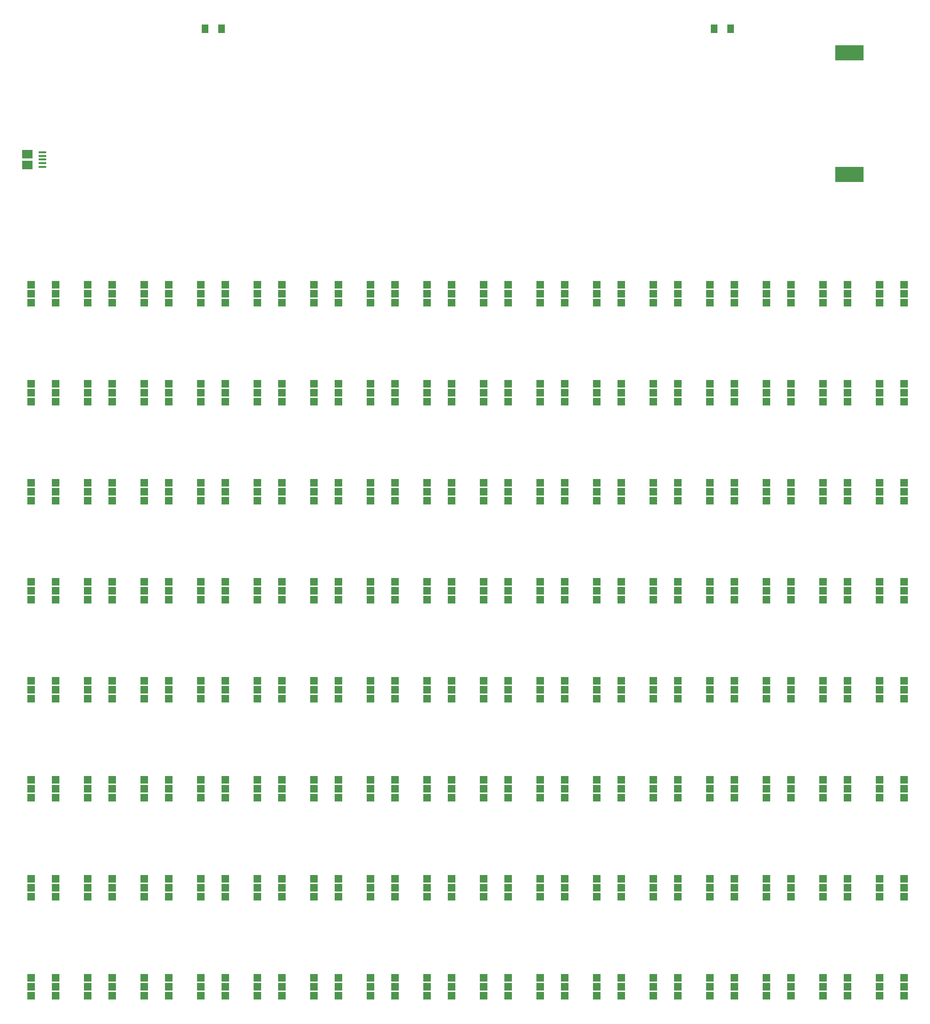
<source format=gtp>
G04 #@! TF.GenerationSoftware,KiCad,Pcbnew,5.0.0-rc2-unknown-d03e92a~65~ubuntu16.04.1*
G04 #@! TF.CreationDate,2018-06-02T21:30:31+05:30*
G04 #@! TF.ProjectId,ClockIOT,436C6F636B494F542E6B696361645F70,rev 1*
G04 #@! TF.SameCoordinates,PX2fd7508PY2fd7508*
G04 #@! TF.FileFunction,Paste,Top*
G04 #@! TF.FilePolarity,Positive*
%FSLAX46Y46*%
G04 Gerber Fmt 4.6, Leading zero omitted, Abs format (unit mm)*
G04 Created by KiCad (PCBNEW 5.0.0-rc2-unknown-d03e92a~65~ubuntu16.04.1) date Sat Jun  2 21:30:31 2018*
%MOMM*%
%LPD*%
G01*
G04 APERTURE LIST*
%ADD10R,5.080000X2.794000*%
%ADD11R,1.300480X1.498600*%
%ADD12R,1.900000X1.500000*%
%ADD13R,1.350000X0.400000*%
%ADD14R,1.400000X1.400000*%
G04 APERTURE END LIST*
D10*
G04 #@! TO.C,BT1*
X149860000Y-29972000D03*
X149860000Y-8128000D03*
G04 #@! TD*
D11*
G04 #@! TO.C,LDR1*
X37060000Y-3810000D03*
X34060000Y-3810000D03*
G04 #@! TD*
G04 #@! TO.C,LDR2*
X125500000Y-3810000D03*
X128500000Y-3810000D03*
G04 #@! TD*
D12*
G04 #@! TO.C,P1*
X2185000Y-28335000D03*
D13*
X4885000Y-26685000D03*
X4885000Y-26035000D03*
X4885000Y-28635000D03*
X4885000Y-27985000D03*
X4885000Y-27335000D03*
D12*
X2185000Y-26335000D03*
G04 #@! TD*
D14*
G04 #@! TO.C,U127*
X13040000Y-177495000D03*
X17440000Y-177495000D03*
X17440000Y-175895000D03*
X13040000Y-175895000D03*
X13040000Y-174295000D03*
X17440000Y-174295000D03*
G04 #@! TD*
G04 #@! TO.C,U18*
X145120000Y-70815000D03*
X149520000Y-70815000D03*
X149520000Y-69215000D03*
X145120000Y-69215000D03*
X145120000Y-67615000D03*
X149520000Y-67615000D03*
G04 #@! TD*
G04 #@! TO.C,U1*
X7280000Y-49835000D03*
X2880000Y-49835000D03*
X2880000Y-51435000D03*
X7280000Y-51435000D03*
X7280000Y-53035000D03*
X2880000Y-53035000D03*
G04 #@! TD*
G04 #@! TO.C,U3*
X27600000Y-49835000D03*
X23200000Y-49835000D03*
X23200000Y-51435000D03*
X27600000Y-51435000D03*
X27600000Y-53035000D03*
X23200000Y-53035000D03*
G04 #@! TD*
G04 #@! TO.C,U4*
X37760000Y-49835000D03*
X33360000Y-49835000D03*
X33360000Y-51435000D03*
X37760000Y-51435000D03*
X37760000Y-53035000D03*
X33360000Y-53035000D03*
G04 #@! TD*
G04 #@! TO.C,U5*
X47920000Y-49835000D03*
X43520000Y-49835000D03*
X43520000Y-51435000D03*
X47920000Y-51435000D03*
X47920000Y-53035000D03*
X43520000Y-53035000D03*
G04 #@! TD*
G04 #@! TO.C,U6*
X58080000Y-49835000D03*
X53680000Y-49835000D03*
X53680000Y-51435000D03*
X58080000Y-51435000D03*
X58080000Y-53035000D03*
X53680000Y-53035000D03*
G04 #@! TD*
G04 #@! TO.C,U7*
X68240000Y-49835000D03*
X63840000Y-49835000D03*
X63840000Y-51435000D03*
X68240000Y-51435000D03*
X68240000Y-53035000D03*
X63840000Y-53035000D03*
G04 #@! TD*
G04 #@! TO.C,U8*
X78400000Y-49835000D03*
X74000000Y-49835000D03*
X74000000Y-51435000D03*
X78400000Y-51435000D03*
X78400000Y-53035000D03*
X74000000Y-53035000D03*
G04 #@! TD*
G04 #@! TO.C,U9*
X88560000Y-49835000D03*
X84160000Y-49835000D03*
X84160000Y-51435000D03*
X88560000Y-51435000D03*
X88560000Y-53035000D03*
X84160000Y-53035000D03*
G04 #@! TD*
G04 #@! TO.C,U10*
X98720000Y-49835000D03*
X94320000Y-49835000D03*
X94320000Y-51435000D03*
X98720000Y-51435000D03*
X98720000Y-53035000D03*
X94320000Y-53035000D03*
G04 #@! TD*
G04 #@! TO.C,U11*
X108880000Y-49835000D03*
X104480000Y-49835000D03*
X104480000Y-51435000D03*
X108880000Y-51435000D03*
X108880000Y-53035000D03*
X104480000Y-53035000D03*
G04 #@! TD*
G04 #@! TO.C,U12*
X119040000Y-49835000D03*
X114640000Y-49835000D03*
X114640000Y-51435000D03*
X119040000Y-51435000D03*
X119040000Y-53035000D03*
X114640000Y-53035000D03*
G04 #@! TD*
G04 #@! TO.C,U13*
X129200000Y-49835000D03*
X124800000Y-49835000D03*
X124800000Y-51435000D03*
X129200000Y-51435000D03*
X129200000Y-53035000D03*
X124800000Y-53035000D03*
G04 #@! TD*
G04 #@! TO.C,U14*
X139360000Y-49835000D03*
X134960000Y-49835000D03*
X134960000Y-51435000D03*
X139360000Y-51435000D03*
X139360000Y-53035000D03*
X134960000Y-53035000D03*
G04 #@! TD*
G04 #@! TO.C,U15*
X149520000Y-49835000D03*
X145120000Y-49835000D03*
X145120000Y-51435000D03*
X149520000Y-51435000D03*
X149520000Y-53035000D03*
X145120000Y-53035000D03*
G04 #@! TD*
G04 #@! TO.C,U16*
X159680000Y-49835000D03*
X155280000Y-49835000D03*
X155280000Y-51435000D03*
X159680000Y-51435000D03*
X159680000Y-53035000D03*
X155280000Y-53035000D03*
G04 #@! TD*
G04 #@! TO.C,U17*
X155280000Y-70815000D03*
X159680000Y-70815000D03*
X159680000Y-69215000D03*
X155280000Y-69215000D03*
X155280000Y-67615000D03*
X159680000Y-67615000D03*
G04 #@! TD*
G04 #@! TO.C,U19*
X134960000Y-70815000D03*
X139360000Y-70815000D03*
X139360000Y-69215000D03*
X134960000Y-69215000D03*
X134960000Y-67615000D03*
X139360000Y-67615000D03*
G04 #@! TD*
G04 #@! TO.C,U20*
X124800000Y-70815000D03*
X129200000Y-70815000D03*
X129200000Y-69215000D03*
X124800000Y-69215000D03*
X124800000Y-67615000D03*
X129200000Y-67615000D03*
G04 #@! TD*
G04 #@! TO.C,U21*
X114640000Y-70815000D03*
X119040000Y-70815000D03*
X119040000Y-69215000D03*
X114640000Y-69215000D03*
X114640000Y-67615000D03*
X119040000Y-67615000D03*
G04 #@! TD*
G04 #@! TO.C,U22*
X104480000Y-70815000D03*
X108880000Y-70815000D03*
X108880000Y-69215000D03*
X104480000Y-69215000D03*
X104480000Y-67615000D03*
X108880000Y-67615000D03*
G04 #@! TD*
G04 #@! TO.C,U23*
X94320000Y-70815000D03*
X98720000Y-70815000D03*
X98720000Y-69215000D03*
X94320000Y-69215000D03*
X94320000Y-67615000D03*
X98720000Y-67615000D03*
G04 #@! TD*
G04 #@! TO.C,U24*
X84160000Y-70815000D03*
X88560000Y-70815000D03*
X88560000Y-69215000D03*
X84160000Y-69215000D03*
X84160000Y-67615000D03*
X88560000Y-67615000D03*
G04 #@! TD*
G04 #@! TO.C,U25*
X74000000Y-70815000D03*
X78400000Y-70815000D03*
X78400000Y-69215000D03*
X74000000Y-69215000D03*
X74000000Y-67615000D03*
X78400000Y-67615000D03*
G04 #@! TD*
G04 #@! TO.C,U26*
X63840000Y-70815000D03*
X68240000Y-70815000D03*
X68240000Y-69215000D03*
X63840000Y-69215000D03*
X63840000Y-67615000D03*
X68240000Y-67615000D03*
G04 #@! TD*
G04 #@! TO.C,U27*
X53680000Y-70815000D03*
X58080000Y-70815000D03*
X58080000Y-69215000D03*
X53680000Y-69215000D03*
X53680000Y-67615000D03*
X58080000Y-67615000D03*
G04 #@! TD*
G04 #@! TO.C,U28*
X43520000Y-70815000D03*
X47920000Y-70815000D03*
X47920000Y-69215000D03*
X43520000Y-69215000D03*
X43520000Y-67615000D03*
X47920000Y-67615000D03*
G04 #@! TD*
G04 #@! TO.C,U29*
X33360000Y-70815000D03*
X37760000Y-70815000D03*
X37760000Y-69215000D03*
X33360000Y-69215000D03*
X33360000Y-67615000D03*
X37760000Y-67615000D03*
G04 #@! TD*
G04 #@! TO.C,U30*
X23200000Y-70815000D03*
X27600000Y-70815000D03*
X27600000Y-69215000D03*
X23200000Y-69215000D03*
X23200000Y-67615000D03*
X27600000Y-67615000D03*
G04 #@! TD*
G04 #@! TO.C,U31*
X13040000Y-70815000D03*
X17440000Y-70815000D03*
X17440000Y-69215000D03*
X13040000Y-69215000D03*
X13040000Y-67615000D03*
X17440000Y-67615000D03*
G04 #@! TD*
G04 #@! TO.C,U32*
X2880000Y-70815000D03*
X7280000Y-70815000D03*
X7280000Y-69215000D03*
X2880000Y-69215000D03*
X2880000Y-67615000D03*
X7280000Y-67615000D03*
G04 #@! TD*
G04 #@! TO.C,U33*
X7280000Y-85395000D03*
X2880000Y-85395000D03*
X2880000Y-86995000D03*
X7280000Y-86995000D03*
X7280000Y-88595000D03*
X2880000Y-88595000D03*
G04 #@! TD*
G04 #@! TO.C,U34*
X17440000Y-85395000D03*
X13040000Y-85395000D03*
X13040000Y-86995000D03*
X17440000Y-86995000D03*
X17440000Y-88595000D03*
X13040000Y-88595000D03*
G04 #@! TD*
G04 #@! TO.C,U35*
X27600000Y-85395000D03*
X23200000Y-85395000D03*
X23200000Y-86995000D03*
X27600000Y-86995000D03*
X27600000Y-88595000D03*
X23200000Y-88595000D03*
G04 #@! TD*
G04 #@! TO.C,U36*
X37760000Y-85395000D03*
X33360000Y-85395000D03*
X33360000Y-86995000D03*
X37760000Y-86995000D03*
X37760000Y-88595000D03*
X33360000Y-88595000D03*
G04 #@! TD*
G04 #@! TO.C,U37*
X47920000Y-85395000D03*
X43520000Y-85395000D03*
X43520000Y-86995000D03*
X47920000Y-86995000D03*
X47920000Y-88595000D03*
X43520000Y-88595000D03*
G04 #@! TD*
G04 #@! TO.C,U38*
X58080000Y-85395000D03*
X53680000Y-85395000D03*
X53680000Y-86995000D03*
X58080000Y-86995000D03*
X58080000Y-88595000D03*
X53680000Y-88595000D03*
G04 #@! TD*
G04 #@! TO.C,U39*
X68240000Y-85395000D03*
X63840000Y-85395000D03*
X63840000Y-86995000D03*
X68240000Y-86995000D03*
X68240000Y-88595000D03*
X63840000Y-88595000D03*
G04 #@! TD*
G04 #@! TO.C,U40*
X78400000Y-85395000D03*
X74000000Y-85395000D03*
X74000000Y-86995000D03*
X78400000Y-86995000D03*
X78400000Y-88595000D03*
X74000000Y-88595000D03*
G04 #@! TD*
G04 #@! TO.C,U41*
X88560000Y-85395000D03*
X84160000Y-85395000D03*
X84160000Y-86995000D03*
X88560000Y-86995000D03*
X88560000Y-88595000D03*
X84160000Y-88595000D03*
G04 #@! TD*
G04 #@! TO.C,U42*
X98720000Y-85395000D03*
X94320000Y-85395000D03*
X94320000Y-86995000D03*
X98720000Y-86995000D03*
X98720000Y-88595000D03*
X94320000Y-88595000D03*
G04 #@! TD*
G04 #@! TO.C,U43*
X108880000Y-85395000D03*
X104480000Y-85395000D03*
X104480000Y-86995000D03*
X108880000Y-86995000D03*
X108880000Y-88595000D03*
X104480000Y-88595000D03*
G04 #@! TD*
G04 #@! TO.C,U44*
X119040000Y-85395000D03*
X114640000Y-85395000D03*
X114640000Y-86995000D03*
X119040000Y-86995000D03*
X119040000Y-88595000D03*
X114640000Y-88595000D03*
G04 #@! TD*
G04 #@! TO.C,U45*
X129200000Y-85395000D03*
X124800000Y-85395000D03*
X124800000Y-86995000D03*
X129200000Y-86995000D03*
X129200000Y-88595000D03*
X124800000Y-88595000D03*
G04 #@! TD*
G04 #@! TO.C,U46*
X139360000Y-85395000D03*
X134960000Y-85395000D03*
X134960000Y-86995000D03*
X139360000Y-86995000D03*
X139360000Y-88595000D03*
X134960000Y-88595000D03*
G04 #@! TD*
G04 #@! TO.C,U47*
X149520000Y-85395000D03*
X145120000Y-85395000D03*
X145120000Y-86995000D03*
X149520000Y-86995000D03*
X149520000Y-88595000D03*
X145120000Y-88595000D03*
G04 #@! TD*
G04 #@! TO.C,U48*
X159680000Y-85395000D03*
X155280000Y-85395000D03*
X155280000Y-86995000D03*
X159680000Y-86995000D03*
X159680000Y-88595000D03*
X155280000Y-88595000D03*
G04 #@! TD*
G04 #@! TO.C,U49*
X155280000Y-106375000D03*
X159680000Y-106375000D03*
X159680000Y-104775000D03*
X155280000Y-104775000D03*
X155280000Y-103175000D03*
X159680000Y-103175000D03*
G04 #@! TD*
G04 #@! TO.C,U50*
X145120000Y-106375000D03*
X149520000Y-106375000D03*
X149520000Y-104775000D03*
X145120000Y-104775000D03*
X145120000Y-103175000D03*
X149520000Y-103175000D03*
G04 #@! TD*
G04 #@! TO.C,U51*
X134960000Y-106375000D03*
X139360000Y-106375000D03*
X139360000Y-104775000D03*
X134960000Y-104775000D03*
X134960000Y-103175000D03*
X139360000Y-103175000D03*
G04 #@! TD*
G04 #@! TO.C,U52*
X124800000Y-106375000D03*
X129200000Y-106375000D03*
X129200000Y-104775000D03*
X124800000Y-104775000D03*
X124800000Y-103175000D03*
X129200000Y-103175000D03*
G04 #@! TD*
G04 #@! TO.C,U53*
X114640000Y-106375000D03*
X119040000Y-106375000D03*
X119040000Y-104775000D03*
X114640000Y-104775000D03*
X114640000Y-103175000D03*
X119040000Y-103175000D03*
G04 #@! TD*
G04 #@! TO.C,U54*
X104480000Y-106375000D03*
X108880000Y-106375000D03*
X108880000Y-104775000D03*
X104480000Y-104775000D03*
X104480000Y-103175000D03*
X108880000Y-103175000D03*
G04 #@! TD*
G04 #@! TO.C,U55*
X94320000Y-106375000D03*
X98720000Y-106375000D03*
X98720000Y-104775000D03*
X94320000Y-104775000D03*
X94320000Y-103175000D03*
X98720000Y-103175000D03*
G04 #@! TD*
G04 #@! TO.C,U56*
X84160000Y-106375000D03*
X88560000Y-106375000D03*
X88560000Y-104775000D03*
X84160000Y-104775000D03*
X84160000Y-103175000D03*
X88560000Y-103175000D03*
G04 #@! TD*
G04 #@! TO.C,U57*
X74000000Y-106375000D03*
X78400000Y-106375000D03*
X78400000Y-104775000D03*
X74000000Y-104775000D03*
X74000000Y-103175000D03*
X78400000Y-103175000D03*
G04 #@! TD*
G04 #@! TO.C,U58*
X63840000Y-106375000D03*
X68240000Y-106375000D03*
X68240000Y-104775000D03*
X63840000Y-104775000D03*
X63840000Y-103175000D03*
X68240000Y-103175000D03*
G04 #@! TD*
G04 #@! TO.C,U59*
X53680000Y-106375000D03*
X58080000Y-106375000D03*
X58080000Y-104775000D03*
X53680000Y-104775000D03*
X53680000Y-103175000D03*
X58080000Y-103175000D03*
G04 #@! TD*
G04 #@! TO.C,U60*
X43520000Y-106375000D03*
X47920000Y-106375000D03*
X47920000Y-104775000D03*
X43520000Y-104775000D03*
X43520000Y-103175000D03*
X47920000Y-103175000D03*
G04 #@! TD*
G04 #@! TO.C,U61*
X33360000Y-106375000D03*
X37760000Y-106375000D03*
X37760000Y-104775000D03*
X33360000Y-104775000D03*
X33360000Y-103175000D03*
X37760000Y-103175000D03*
G04 #@! TD*
G04 #@! TO.C,U62*
X23200000Y-106375000D03*
X27600000Y-106375000D03*
X27600000Y-104775000D03*
X23200000Y-104775000D03*
X23200000Y-103175000D03*
X27600000Y-103175000D03*
G04 #@! TD*
G04 #@! TO.C,U63*
X13040000Y-106375000D03*
X17440000Y-106375000D03*
X17440000Y-104775000D03*
X13040000Y-104775000D03*
X13040000Y-103175000D03*
X17440000Y-103175000D03*
G04 #@! TD*
G04 #@! TO.C,U64*
X2880000Y-106375000D03*
X7280000Y-106375000D03*
X7280000Y-104775000D03*
X2880000Y-104775000D03*
X2880000Y-103175000D03*
X7280000Y-103175000D03*
G04 #@! TD*
G04 #@! TO.C,U65*
X7280000Y-120955000D03*
X2880000Y-120955000D03*
X2880000Y-122555000D03*
X7280000Y-122555000D03*
X7280000Y-124155000D03*
X2880000Y-124155000D03*
G04 #@! TD*
G04 #@! TO.C,U66*
X17440000Y-120955000D03*
X13040000Y-120955000D03*
X13040000Y-122555000D03*
X17440000Y-122555000D03*
X17440000Y-124155000D03*
X13040000Y-124155000D03*
G04 #@! TD*
G04 #@! TO.C,U67*
X27600000Y-120955000D03*
X23200000Y-120955000D03*
X23200000Y-122555000D03*
X27600000Y-122555000D03*
X27600000Y-124155000D03*
X23200000Y-124155000D03*
G04 #@! TD*
G04 #@! TO.C,U68*
X37760000Y-120955000D03*
X33360000Y-120955000D03*
X33360000Y-122555000D03*
X37760000Y-122555000D03*
X37760000Y-124155000D03*
X33360000Y-124155000D03*
G04 #@! TD*
G04 #@! TO.C,U69*
X47920000Y-120955000D03*
X43520000Y-120955000D03*
X43520000Y-122555000D03*
X47920000Y-122555000D03*
X47920000Y-124155000D03*
X43520000Y-124155000D03*
G04 #@! TD*
G04 #@! TO.C,U70*
X58080000Y-120955000D03*
X53680000Y-120955000D03*
X53680000Y-122555000D03*
X58080000Y-122555000D03*
X58080000Y-124155000D03*
X53680000Y-124155000D03*
G04 #@! TD*
G04 #@! TO.C,U71*
X68240000Y-120955000D03*
X63840000Y-120955000D03*
X63840000Y-122555000D03*
X68240000Y-122555000D03*
X68240000Y-124155000D03*
X63840000Y-124155000D03*
G04 #@! TD*
G04 #@! TO.C,U72*
X78400000Y-120955000D03*
X74000000Y-120955000D03*
X74000000Y-122555000D03*
X78400000Y-122555000D03*
X78400000Y-124155000D03*
X74000000Y-124155000D03*
G04 #@! TD*
G04 #@! TO.C,U73*
X88560000Y-120955000D03*
X84160000Y-120955000D03*
X84160000Y-122555000D03*
X88560000Y-122555000D03*
X88560000Y-124155000D03*
X84160000Y-124155000D03*
G04 #@! TD*
G04 #@! TO.C,U74*
X98720000Y-120955000D03*
X94320000Y-120955000D03*
X94320000Y-122555000D03*
X98720000Y-122555000D03*
X98720000Y-124155000D03*
X94320000Y-124155000D03*
G04 #@! TD*
G04 #@! TO.C,U75*
X108880000Y-120955000D03*
X104480000Y-120955000D03*
X104480000Y-122555000D03*
X108880000Y-122555000D03*
X108880000Y-124155000D03*
X104480000Y-124155000D03*
G04 #@! TD*
G04 #@! TO.C,U76*
X119040000Y-120955000D03*
X114640000Y-120955000D03*
X114640000Y-122555000D03*
X119040000Y-122555000D03*
X119040000Y-124155000D03*
X114640000Y-124155000D03*
G04 #@! TD*
G04 #@! TO.C,U77*
X129200000Y-120955000D03*
X124800000Y-120955000D03*
X124800000Y-122555000D03*
X129200000Y-122555000D03*
X129200000Y-124155000D03*
X124800000Y-124155000D03*
G04 #@! TD*
G04 #@! TO.C,U78*
X139360000Y-120955000D03*
X134960000Y-120955000D03*
X134960000Y-122555000D03*
X139360000Y-122555000D03*
X139360000Y-124155000D03*
X134960000Y-124155000D03*
G04 #@! TD*
G04 #@! TO.C,U79*
X149520000Y-120955000D03*
X145120000Y-120955000D03*
X145120000Y-122555000D03*
X149520000Y-122555000D03*
X149520000Y-124155000D03*
X145120000Y-124155000D03*
G04 #@! TD*
G04 #@! TO.C,U80*
X159680000Y-120955000D03*
X155280000Y-120955000D03*
X155280000Y-122555000D03*
X159680000Y-122555000D03*
X159680000Y-124155000D03*
X155280000Y-124155000D03*
G04 #@! TD*
G04 #@! TO.C,U81*
X155280000Y-141935000D03*
X159680000Y-141935000D03*
X159680000Y-140335000D03*
X155280000Y-140335000D03*
X155280000Y-138735000D03*
X159680000Y-138735000D03*
G04 #@! TD*
G04 #@! TO.C,U82*
X145120000Y-141935000D03*
X149520000Y-141935000D03*
X149520000Y-140335000D03*
X145120000Y-140335000D03*
X145120000Y-138735000D03*
X149520000Y-138735000D03*
G04 #@! TD*
G04 #@! TO.C,U83*
X134960000Y-141935000D03*
X139360000Y-141935000D03*
X139360000Y-140335000D03*
X134960000Y-140335000D03*
X134960000Y-138735000D03*
X139360000Y-138735000D03*
G04 #@! TD*
G04 #@! TO.C,U84*
X124800000Y-141935000D03*
X129200000Y-141935000D03*
X129200000Y-140335000D03*
X124800000Y-140335000D03*
X124800000Y-138735000D03*
X129200000Y-138735000D03*
G04 #@! TD*
G04 #@! TO.C,U85*
X114640000Y-141935000D03*
X119040000Y-141935000D03*
X119040000Y-140335000D03*
X114640000Y-140335000D03*
X114640000Y-138735000D03*
X119040000Y-138735000D03*
G04 #@! TD*
G04 #@! TO.C,U86*
X104480000Y-141935000D03*
X108880000Y-141935000D03*
X108880000Y-140335000D03*
X104480000Y-140335000D03*
X104480000Y-138735000D03*
X108880000Y-138735000D03*
G04 #@! TD*
G04 #@! TO.C,U87*
X94320000Y-141935000D03*
X98720000Y-141935000D03*
X98720000Y-140335000D03*
X94320000Y-140335000D03*
X94320000Y-138735000D03*
X98720000Y-138735000D03*
G04 #@! TD*
G04 #@! TO.C,U88*
X84160000Y-141935000D03*
X88560000Y-141935000D03*
X88560000Y-140335000D03*
X84160000Y-140335000D03*
X84160000Y-138735000D03*
X88560000Y-138735000D03*
G04 #@! TD*
G04 #@! TO.C,U89*
X74000000Y-141935000D03*
X78400000Y-141935000D03*
X78400000Y-140335000D03*
X74000000Y-140335000D03*
X74000000Y-138735000D03*
X78400000Y-138735000D03*
G04 #@! TD*
G04 #@! TO.C,U90*
X63840000Y-141935000D03*
X68240000Y-141935000D03*
X68240000Y-140335000D03*
X63840000Y-140335000D03*
X63840000Y-138735000D03*
X68240000Y-138735000D03*
G04 #@! TD*
G04 #@! TO.C,U91*
X53680000Y-141935000D03*
X58080000Y-141935000D03*
X58080000Y-140335000D03*
X53680000Y-140335000D03*
X53680000Y-138735000D03*
X58080000Y-138735000D03*
G04 #@! TD*
G04 #@! TO.C,U92*
X43520000Y-141935000D03*
X47920000Y-141935000D03*
X47920000Y-140335000D03*
X43520000Y-140335000D03*
X43520000Y-138735000D03*
X47920000Y-138735000D03*
G04 #@! TD*
G04 #@! TO.C,U93*
X33360000Y-141935000D03*
X37760000Y-141935000D03*
X37760000Y-140335000D03*
X33360000Y-140335000D03*
X33360000Y-138735000D03*
X37760000Y-138735000D03*
G04 #@! TD*
G04 #@! TO.C,U94*
X23200000Y-141935000D03*
X27600000Y-141935000D03*
X27600000Y-140335000D03*
X23200000Y-140335000D03*
X23200000Y-138735000D03*
X27600000Y-138735000D03*
G04 #@! TD*
G04 #@! TO.C,U95*
X13040000Y-141935000D03*
X17440000Y-141935000D03*
X17440000Y-140335000D03*
X13040000Y-140335000D03*
X13040000Y-138735000D03*
X17440000Y-138735000D03*
G04 #@! TD*
G04 #@! TO.C,U96*
X2880000Y-141935000D03*
X7280000Y-141935000D03*
X7280000Y-140335000D03*
X2880000Y-140335000D03*
X2880000Y-138735000D03*
X7280000Y-138735000D03*
G04 #@! TD*
G04 #@! TO.C,U97*
X7280000Y-156515000D03*
X2880000Y-156515000D03*
X2880000Y-158115000D03*
X7280000Y-158115000D03*
X7280000Y-159715000D03*
X2880000Y-159715000D03*
G04 #@! TD*
G04 #@! TO.C,U98*
X17440000Y-156515000D03*
X13040000Y-156515000D03*
X13040000Y-158115000D03*
X17440000Y-158115000D03*
X17440000Y-159715000D03*
X13040000Y-159715000D03*
G04 #@! TD*
G04 #@! TO.C,U99*
X27600000Y-156515000D03*
X23200000Y-156515000D03*
X23200000Y-158115000D03*
X27600000Y-158115000D03*
X27600000Y-159715000D03*
X23200000Y-159715000D03*
G04 #@! TD*
G04 #@! TO.C,U100*
X37760000Y-156515000D03*
X33360000Y-156515000D03*
X33360000Y-158115000D03*
X37760000Y-158115000D03*
X37760000Y-159715000D03*
X33360000Y-159715000D03*
G04 #@! TD*
G04 #@! TO.C,U101*
X47920000Y-156515000D03*
X43520000Y-156515000D03*
X43520000Y-158115000D03*
X47920000Y-158115000D03*
X47920000Y-159715000D03*
X43520000Y-159715000D03*
G04 #@! TD*
G04 #@! TO.C,U102*
X58080000Y-156515000D03*
X53680000Y-156515000D03*
X53680000Y-158115000D03*
X58080000Y-158115000D03*
X58080000Y-159715000D03*
X53680000Y-159715000D03*
G04 #@! TD*
G04 #@! TO.C,U103*
X68240000Y-156515000D03*
X63840000Y-156515000D03*
X63840000Y-158115000D03*
X68240000Y-158115000D03*
X68240000Y-159715000D03*
X63840000Y-159715000D03*
G04 #@! TD*
G04 #@! TO.C,U104*
X78400000Y-156515000D03*
X74000000Y-156515000D03*
X74000000Y-158115000D03*
X78400000Y-158115000D03*
X78400000Y-159715000D03*
X74000000Y-159715000D03*
G04 #@! TD*
G04 #@! TO.C,U105*
X88560000Y-156515000D03*
X84160000Y-156515000D03*
X84160000Y-158115000D03*
X88560000Y-158115000D03*
X88560000Y-159715000D03*
X84160000Y-159715000D03*
G04 #@! TD*
G04 #@! TO.C,U106*
X98720000Y-156515000D03*
X94320000Y-156515000D03*
X94320000Y-158115000D03*
X98720000Y-158115000D03*
X98720000Y-159715000D03*
X94320000Y-159715000D03*
G04 #@! TD*
G04 #@! TO.C,U107*
X108880000Y-156515000D03*
X104480000Y-156515000D03*
X104480000Y-158115000D03*
X108880000Y-158115000D03*
X108880000Y-159715000D03*
X104480000Y-159715000D03*
G04 #@! TD*
G04 #@! TO.C,U108*
X119040000Y-156515000D03*
X114640000Y-156515000D03*
X114640000Y-158115000D03*
X119040000Y-158115000D03*
X119040000Y-159715000D03*
X114640000Y-159715000D03*
G04 #@! TD*
G04 #@! TO.C,U109*
X129200000Y-156515000D03*
X124800000Y-156515000D03*
X124800000Y-158115000D03*
X129200000Y-158115000D03*
X129200000Y-159715000D03*
X124800000Y-159715000D03*
G04 #@! TD*
G04 #@! TO.C,U110*
X139360000Y-156515000D03*
X134960000Y-156515000D03*
X134960000Y-158115000D03*
X139360000Y-158115000D03*
X139360000Y-159715000D03*
X134960000Y-159715000D03*
G04 #@! TD*
G04 #@! TO.C,U111*
X149520000Y-156515000D03*
X145120000Y-156515000D03*
X145120000Y-158115000D03*
X149520000Y-158115000D03*
X149520000Y-159715000D03*
X145120000Y-159715000D03*
G04 #@! TD*
G04 #@! TO.C,U112*
X159680000Y-156515000D03*
X155280000Y-156515000D03*
X155280000Y-158115000D03*
X159680000Y-158115000D03*
X159680000Y-159715000D03*
X155280000Y-159715000D03*
G04 #@! TD*
G04 #@! TO.C,U113*
X155280000Y-177495000D03*
X159680000Y-177495000D03*
X159680000Y-175895000D03*
X155280000Y-175895000D03*
X155280000Y-174295000D03*
X159680000Y-174295000D03*
G04 #@! TD*
G04 #@! TO.C,U114*
X145120000Y-177495000D03*
X149520000Y-177495000D03*
X149520000Y-175895000D03*
X145120000Y-175895000D03*
X145120000Y-174295000D03*
X149520000Y-174295000D03*
G04 #@! TD*
G04 #@! TO.C,U115*
X134960000Y-177495000D03*
X139360000Y-177495000D03*
X139360000Y-175895000D03*
X134960000Y-175895000D03*
X134960000Y-174295000D03*
X139360000Y-174295000D03*
G04 #@! TD*
G04 #@! TO.C,U116*
X124800000Y-177495000D03*
X129200000Y-177495000D03*
X129200000Y-175895000D03*
X124800000Y-175895000D03*
X124800000Y-174295000D03*
X129200000Y-174295000D03*
G04 #@! TD*
G04 #@! TO.C,U117*
X114640000Y-177495000D03*
X119040000Y-177495000D03*
X119040000Y-175895000D03*
X114640000Y-175895000D03*
X114640000Y-174295000D03*
X119040000Y-174295000D03*
G04 #@! TD*
G04 #@! TO.C,U118*
X104480000Y-177495000D03*
X108880000Y-177495000D03*
X108880000Y-175895000D03*
X104480000Y-175895000D03*
X104480000Y-174295000D03*
X108880000Y-174295000D03*
G04 #@! TD*
G04 #@! TO.C,U119*
X94320000Y-177495000D03*
X98720000Y-177495000D03*
X98720000Y-175895000D03*
X94320000Y-175895000D03*
X94320000Y-174295000D03*
X98720000Y-174295000D03*
G04 #@! TD*
G04 #@! TO.C,U120*
X84160000Y-177495000D03*
X88560000Y-177495000D03*
X88560000Y-175895000D03*
X84160000Y-175895000D03*
X84160000Y-174295000D03*
X88560000Y-174295000D03*
G04 #@! TD*
G04 #@! TO.C,U121*
X74000000Y-177495000D03*
X78400000Y-177495000D03*
X78400000Y-175895000D03*
X74000000Y-175895000D03*
X74000000Y-174295000D03*
X78400000Y-174295000D03*
G04 #@! TD*
G04 #@! TO.C,U122*
X63840000Y-177495000D03*
X68240000Y-177495000D03*
X68240000Y-175895000D03*
X63840000Y-175895000D03*
X63840000Y-174295000D03*
X68240000Y-174295000D03*
G04 #@! TD*
G04 #@! TO.C,U123*
X53680000Y-177495000D03*
X58080000Y-177495000D03*
X58080000Y-175895000D03*
X53680000Y-175895000D03*
X53680000Y-174295000D03*
X58080000Y-174295000D03*
G04 #@! TD*
G04 #@! TO.C,U124*
X43520000Y-177495000D03*
X47920000Y-177495000D03*
X47920000Y-175895000D03*
X43520000Y-175895000D03*
X43520000Y-174295000D03*
X47920000Y-174295000D03*
G04 #@! TD*
G04 #@! TO.C,U125*
X33360000Y-177495000D03*
X37760000Y-177495000D03*
X37760000Y-175895000D03*
X33360000Y-175895000D03*
X33360000Y-174295000D03*
X37760000Y-174295000D03*
G04 #@! TD*
G04 #@! TO.C,U126*
X23200000Y-177495000D03*
X27600000Y-177495000D03*
X27600000Y-175895000D03*
X23200000Y-175895000D03*
X23200000Y-174295000D03*
X27600000Y-174295000D03*
G04 #@! TD*
G04 #@! TO.C,U128*
X2880000Y-177495000D03*
X7280000Y-177495000D03*
X7280000Y-175895000D03*
X2880000Y-175895000D03*
X2880000Y-174295000D03*
X7280000Y-174295000D03*
G04 #@! TD*
G04 #@! TO.C,U2*
X17440000Y-49835000D03*
X13040000Y-49835000D03*
X13040000Y-51435000D03*
X17440000Y-51435000D03*
X17440000Y-53035000D03*
X13040000Y-53035000D03*
G04 #@! TD*
M02*

</source>
